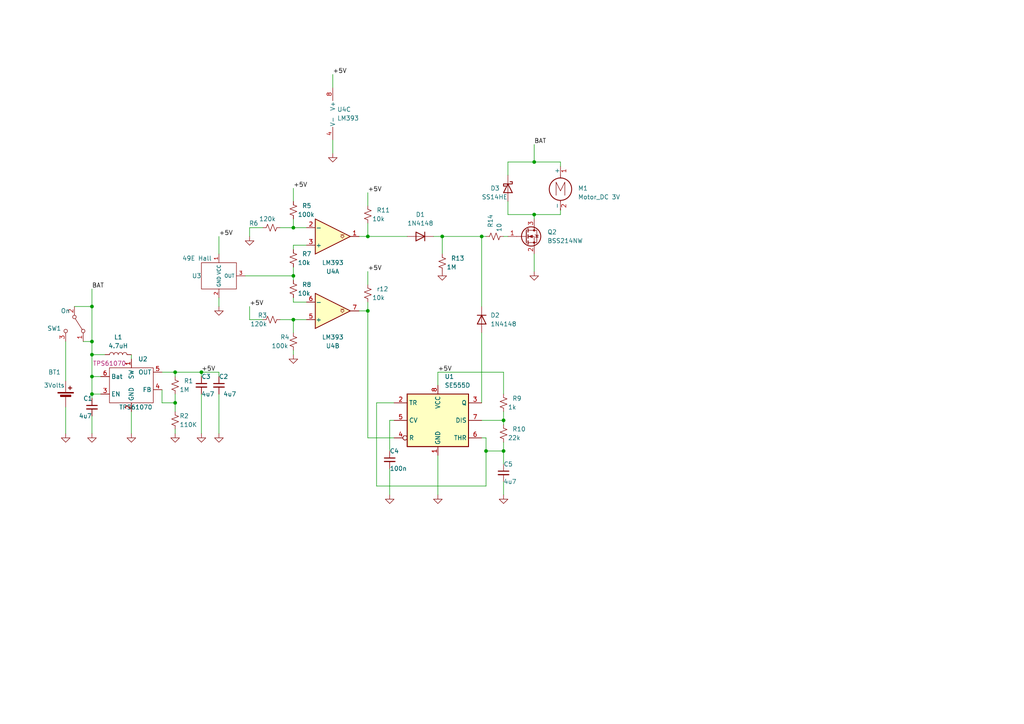
<source format=kicad_sch>
(kicad_sch (version 20230121) (generator eeschema)
  (paper "A4")
  (title_block (title "Magnetic Field Polarity Detector") (date "2023-06-24") (company "arielrobotti@gmail.com"))
  (lib_symbols
    (symbol "AH49E_1"
      (property "Reference" "U" (at 5.08 5.08 0))
      (symbol "AH49E_1_0_1"
        (rectangle (start -5.08 3.81) (end 5.08 -3.81))
      )
      (symbol "AH49E_1_1_1"
        (pin input line (at 0 6.35 270) (length 2.54) (name "VCC") (number "1"))
        (pin input line (at 0 -6.35 90) (length 2.54) (name "GND") (number "2"))
        (pin output line (at 7.62 0 180) (length 2.54) (name "OUT") (number "3"))
      )
    )
    (symbol "Comparator:LM393" (pin_names (offset 0.127))
      (property "Reference" "U" (at 3.81 3.81 0))
      (property "Value" "LM393" (at 6.35 -3.81 0))
      (symbol "LM393_1_1"
        (polyline (pts (xy -5.08 5.08) (xy 5.08 0) (xy -5.08 -5.08) (xy -5.08 5.08)) (stroke (width 0.254)) (fill (type background)))
        (polyline (pts (xy 3.302 -0.508) (xy 2.794 -0.508) (xy 3.302 0) (xy 2.794 0.508) (xy 2.286 0) (xy 2.794 -0.508) (xy 2.286 -0.508)) (stroke (width 0.127)))
        (pin open_collector line (at 7.62 0 180) (length 2.54) (name "~") (number "1"))
        (pin input line (at -7.62 -2.54 0) (length 2.54) (name "-") (number "2"))
        (pin input line (at -7.62 2.54 0) (length 2.54) (name "+") (number "3"))
      )
      (symbol "LM393_2_1"
        (polyline (pts (xy -5.08 5.08) (xy 5.08 0) (xy -5.08 -5.08) (xy -5.08 5.08)) (stroke (width 0.254)) (fill (type background)))
        (polyline (pts (xy 3.302 -0.508) (xy 2.794 -0.508) (xy 3.302 0) (xy 2.794 0.508) (xy 2.286 0) (xy 2.794 -0.508) (xy 2.286 -0.508)) (stroke (width 0.127)))
        (pin input line (at -7.62 2.54 0) (length 2.54) (name "+") (number "5"))
        (pin input line (at -7.62 -2.54 0) (length 2.54) (name "-") (number "6"))
        (pin open_collector line (at 7.62 0 180) (length 2.54) (name "~") (number "7"))
      )
      (symbol "LM393_3_1"
        (pin power_in line (at -2.54 -7.62 90) (length 3.81) (name "V-") (number "4"))
        (pin power_in line (at -2.54 7.62 270) (length 3.81) (name "V+") (number "8"))
      )
    )
    (symbol "Device:Battery_Cell" (pin_numbers hide) (pin_names (offset 0) hide)
      (property "Reference" "BT" (at 2.54 2.54 0))
      (property "Value" "Battery_Cell" (at 2.54 0 0))
      (symbol "Battery_Cell_0_1"
        (rectangle (start -2.286 1.778) (end 2.286 1.524) (fill (type outline)))
        (rectangle (start -1.524 1.016) (end 1.524 0.508) (fill (type outline)))
        (polyline (pts (xy 0 0.762) (xy 0 0)))
        (polyline (pts (xy 0 1.778) (xy 0 2.54)))
        (polyline (pts (xy 0.762 3.048) (xy 1.778 3.048)) (stroke (width 0.254)))
        (polyline (pts (xy 1.27 3.556) (xy 1.27 2.54)) (stroke (width 0.254)))
      )
      (symbol "Battery_Cell_1_1"
        (pin passive line (at 0 5.08 270) (length 2.54) (name "+") (number "1"))
        (pin passive line (at 0 -2.54 90) (length 2.54) (name "-") (number "2"))
      )
    )
    (symbol "Device:C_Small" (pin_numbers hide) (pin_names (offset 0.254) hide)
      (property "Reference" "C" (at 0.254 1.778 0))
      (property "Value" "C_Small" (at 0.254 -2.032 0))
      (symbol "C_Small_0_1"
        (polyline (pts (xy -1.524 -0.508) (xy 1.524 -0.508)) (stroke (width 0.3302)))
        (polyline (pts (xy -1.524 0.508) (xy 1.524 0.508)) (stroke (width 0.3048)))
      )
      (symbol "C_Small_1_1"
        (pin passive line (at 0 2.54 270) (length 2.032) (name "~") (number "1"))
        (pin passive line (at 0 -2.54 90) (length 2.032) (name "~") (number "2"))
      )
    )
    (symbol "Device:L" (pin_numbers hide) (pin_names (offset 1.016) hide)
      (property "Reference" "L" (at -1.27 0 90))
      (property "Value" "L" (at 1.905 0 90))
      (symbol "L_0_1"
        (arc (start 0 -2.54) (mid 0.6323 -1.905) (end 0 -1.27))
        (arc (start 0 -1.27) (mid 0.6323 -0.635) (end 0 0))
        (arc (start 0 0) (mid 0.6323 0.635) (end 0 1.27))
        (arc (start 0 1.27) (mid 0.6323 1.905) (end 0 2.54))
      )
      (symbol "L_1_1"
        (pin passive line (at 0 3.81 270) (length 1.27) (name "1") (number "1"))
        (pin passive line (at 0 -3.81 90) (length 1.27) (name "2") (number "2"))
      )
    )
    (symbol "Device:R_Small_US" (pin_numbers hide) (pin_names (offset 0.254) hide)
      (property "Reference" "R" (at 0.762 0.508 0))
      (property "Value" "R_Small_US" (at 0.762 -1.016 0))
      (symbol "R_Small_US_1_1"
        (polyline (pts (xy 0 0) (xy 1.016 -0.381) (xy 0 -0.762) (xy -1.016 -1.143) (xy 0 -1.524)))
        (polyline (pts (xy 0 1.524) (xy 1.016 1.143) (xy 0 0.762) (xy -1.016 0.381) (xy 0 0)))
        (pin passive line (at 0 2.54 270) (length 1.016) (name "~") (number "1"))
        (pin passive line (at 0 -2.54 90) (length 1.016) (name "~") (number "2"))
      )
    )
    (symbol "Diode:1N4149" (pin_numbers hide) (pin_names hide)
      (property "Reference" "D" (at 0 2.54 0))
      (property "Value" "1N4149" (at 0 -2.54 0))
      (symbol "1N4149_0_1"
        (polyline (pts (xy -1.27 1.27) (xy -1.27 -1.27)) (stroke (width 0.254)))
        (polyline (pts (xy 1.27 0) (xy -1.27 0)))
        (polyline (pts (xy 1.27 1.27) (xy 1.27 -1.27) (xy -1.27 0) (xy 1.27 1.27)) (stroke (width 0.254)))
      )
      (symbol "1N4149_1_1"
        (pin passive line (at -3.81 0 0) (length 2.54) (name "K") (number "1"))
        (pin passive line (at 3.81 0 180) (length 2.54) (name "A") (number "2"))
      )
    )
    (symbol "Diode:BAT60A" (pin_numbers hide) (pin_names (offset 1.016) hide)
      (property "Reference" "D" (at 0 2.54 0))
      (property "Value" "BAT60A" (at 0 -2.54 0))
      (symbol "BAT60A_0_1"
        (polyline (pts (xy 1.27 0) (xy -1.27 0)))
        (polyline (pts (xy 1.27 1.27) (xy 1.27 -1.27) (xy -1.27 0) (xy 1.27 1.27)) (stroke (width 0.254)))
        (polyline (pts (xy -1.905 0.635) (xy -1.905 1.27) (xy -1.27 1.27) (xy -1.27 -1.27) (xy -0.635 -1.27) (xy -0.635 -0.635)) (stroke (width 0.254)))
      )
      (symbol "BAT60A_1_1"
        (pin passive line (at -3.81 0 0) (length 2.54) (name "K") (number "1"))
        (pin passive line (at 3.81 0 180) (length 2.54) (name "A") (number "2"))
      )
    )
    (symbol "Motor:Motor_DC" (pin_names (offset 0))
      (property "Reference" "M" (at 2.54 2.54 0))
      (property "Value" "Motor_DC" (at 2.54 -5.08 0))
      (symbol "Motor_DC_0_0"
        (polyline (pts (xy -1.27 -3.302) (xy -1.27 0.508) (xy 0 -2.032) (xy 1.27 0.508) (xy 1.27 -3.302)))
      )
      (symbol "Motor_DC_0_1"
        (circle (center 0 -1.524) (radius 3.2512) (stroke (width 0.254)))
        (polyline (pts (xy 0 -7.62) (xy 0 -7.112)))
        (polyline (pts (xy 0 -4.7752) (xy 0 -5.1816)))
        (polyline (pts (xy 0 1.7272) (xy 0 2.0828)))
        (polyline (pts (xy 0 2.032) (xy 0 2.54)))
      )
      (symbol "Motor_DC_1_1"
        (pin passive line (at 0 5.08 270) (length 2.54) (name "+") (number "1"))
        (pin passive line (at 0 -7.62 90) (length 2.54) (name "-") (number "2"))
      )
    )
    (symbol "Switch:SW_SPDT" (pin_names (offset 0) hide)
      (property "Reference" "SW" (at 0 4.318 0))
      (property "Value" "SW_SPDT" (at 0 -5.08 0))
      (symbol "SW_SPDT_0_0"
        (circle (center -2.032 0) (radius 0.508))
        (circle (center 2.032 -2.54) (radius 0.508))
      )
      (symbol "SW_SPDT_0_1"
        (polyline (pts (xy -1.524 0.254) (xy 1.651 2.286)))
        (circle (center 2.032 2.54) (radius 0.508))
      )
      (symbol "SW_SPDT_1_1"
        (pin passive line (at 5.08 2.54 180) (length 2.54) (name "A") (number "1"))
        (pin passive line (at -5.08 0 0) (length 2.54) (name "B") (number "2"))
        (pin passive line (at 5.08 -2.54 180) (length 2.54) (name "C") (number "3"))
      )
    )
    (symbol "TPS61070:TPS61070"
      (property "Reference" "U" (at 5.08 6.35 0))
      (symbol "TPS61070_0_1"
        (rectangle (start -6.35 5.08) (end 6.35 -5.08))
      )
      (symbol "TPS61070_1_1"
        (text "TPS61070" (at -6.35 6.35 0) (effects (font (size 1.27 1.27))))
        (pin input line (at 0 7.62 270) (length 2.54) (name "SW") (number "1"))
        (pin input line (at 0 -7.62 90) (length 2.54) (name "GND") (number "2"))
        (pin input line (at -8.89 -2.54 0) (length 2.54) (name "EN") (number "3"))
        (pin input line (at 8.89 -1.27 180) (length 2.54) (name "FB") (number "4"))
        (pin output line (at 8.89 3.81 180) (length 2.54) (name "OUT") (number "5"))
        (pin input line (at -8.89 2.54 0) (length 2.54) (name "Bat") (number "6"))
      )
    )
    (symbol "Timer:SE555D"
      (property "Reference" "U" (at -10.16 8.89 0))
      (property "Value" "SE555D" (at 2.54 8.89 0))
      (symbol "SE555D_0_0"
        (pin power_in line (at 0 -10.16 90) (length 2.54) (name "GND") (number "1"))
        (pin power_in line (at 0 10.16 270) (length 2.54) (name "VCC") (number "8"))
      )
      (symbol "SE555D_0_1"
        (rectangle (start -8.89 -7.62) (end 8.89 7.62) (stroke (width 0.254)) (fill (type background)))
        (rectangle (start -8.89 -7.62) (end 8.89 7.62) (stroke (width 0.254)) (fill (type background)))
      )
      (symbol "SE555D_1_1"
        (pin input line (at -12.7 5.08 0) (length 3.81) (name "TR") (number "2"))
        (pin output line (at 12.7 5.08 180) (length 3.81) (name "Q") (number "3"))
        (pin input inverted (at -12.7 -5.08 0) (length 3.81) (name "R") (number "4"))
        (pin input line (at -12.7 0 0) (length 3.81) (name "CV") (number "5"))
        (pin input line (at 12.7 -5.08 180) (length 3.81) (name "THR") (number "6"))
        (pin input line (at 12.7 0 180) (length 3.81) (name "DIS") (number "7"))
      )
    )
    (symbol "Transistor_FET:BSS214NW" (pin_names hide)
      (property "Reference" "Q" (at 5.08 1.905 0))
      (property "Value" "BSS214NW" (at 5.08 0 0))
      (symbol "BSS214NW_0_1"
        (polyline (pts (xy 0.254 0) (xy -2.54 0)))
        (polyline (pts (xy 0.254 1.905) (xy 0.254 -1.905)) (stroke (width 0.254)))
        (polyline (pts (xy 0.762 -1.27) (xy 0.762 -2.286)) (stroke (width 0.254)))
        (polyline (pts (xy 0.762 0.508) (xy 0.762 -0.508)) (stroke (width 0.254)))
        (polyline (pts (xy 0.762 2.286) (xy 0.762 1.27)) (stroke (width 0.254)))
        (polyline (pts (xy 2.54 2.54) (xy 2.54 1.778)))
        (polyline (pts (xy 2.54 -2.54) (xy 2.54 0) (xy 0.762 0)))
        (polyline (pts (xy 0.762 -1.778) (xy 3.302 -1.778) (xy 3.302 1.778) (xy 0.762 1.778)))
        (polyline (pts (xy 1.016 0) (xy 2.032 0.381) (xy 2.032 -0.381) (xy 1.016 0)) (fill (type outline)))
        (polyline (pts (xy 2.794 0.508) (xy 2.921 0.381) (xy 3.683 0.381) (xy 3.81 0.254)))
        (polyline (pts (xy 3.302 0.381) (xy 2.921 -0.254) (xy 3.683 -0.254) (xy 3.302 0.381)))
        (circle (center 1.651 0) (radius 2.794) (stroke (width 0.254)))
        (circle (center 2.54 -1.778) (radius 0.254) (fill (type outline)))
        (circle (center 2.54 1.778) (radius 0.254) (fill (type outline)))
      )
      (symbol "BSS214NW_1_1"
        (pin input line (at -5.08 0 0) (length 2.54) (name "G") (number "1"))
        (pin passive line (at 2.54 -5.08 90) (length 2.54) (name "S") (number "2"))
        (pin passive line (at 2.54 5.08 270) (length 2.54) (name "D") (number "3"))
      )
    )
    (symbol "power:GND" (power) (pin_names (offset 0))
      (property "Value" "GND" (at 0 -3.81 0))
      (symbol "GND_0_1"
        (polyline (pts (xy 0 0) (xy 0 -1.27) (xy 1.27 -1.27) (xy 0 -2.54) (xy -1.27 -1.27) (xy 0 -1.27)))
      )
      (symbol "GND_1_1"
        (pin power_in line (at 0 0 270) (length 0) hide (name "GND") (number "1"))
      )
    )
  )
  (junction (at 26.67 114.3))
  (junction (at 154.94 46.99))
  (junction (at 50.8 107.95))
  (junction (at 85.09 80.01))
  (junction (at 154.94 62.23))
  (junction (at 26.67 99.06))
  (junction (at 85.09 92.71))
  (junction (at 85.09 66.04))
  (junction (at 146.05 121.92))
  (junction (at 146.05 130.81))
  (junction (at 26.67 109.22))
  (junction (at 26.67 88.9))
  (junction (at 106.68 68.58))
  (junction (at 58.42 107.95))
  (junction (at 140.97 130.81))
  (junction (at 139.7 68.58))
  (junction (at 50.8 116.84))
  (junction (at 128.27 68.58))
  (junction (at 26.67 102.87))
  (junction (at 106.68 90.17))
  (wire (pts (xy 139.7 121.92) (xy 146.05 121.92)))
  (wire (pts (xy 26.67 114.3) (xy 26.67 109.22)))
  (wire (pts (xy 50.8 116.84) (xy 50.8 114.3)))
  (wire (pts (xy 58.42 109.22) (xy 58.42 107.95)))
  (wire (pts (xy 140.97 130.81) (xy 140.97 127)))
  (wire (pts (xy 85.09 54.61) (xy 85.09 58.42)))
  (wire (pts (xy 96.52 21.59) (xy 96.52 25.4)))
  (wire (pts (xy 63.5 107.95) (xy 58.42 107.95)))
  (wire (pts (xy 58.42 107.95) (xy 50.8 107.95)))
  (wire (pts (xy 127 132.08) (xy 127 143.51)))
  (wire (pts (xy 162.56 46.99) (xy 162.56 48.26)))
  (wire (pts (xy 26.67 109.22) (xy 29.21 109.22)))
  (wire (pts (xy 85.09 86.36) (xy 85.09 87.63)))
  (wire (pts (xy 72.39 88.9) (xy 72.39 92.71)))
  (wire (pts (xy 146.05 68.58) (xy 147.32 68.58)))
  (wire (pts (xy 46.99 116.84) (xy 50.8 116.84)))
  (wire (pts (xy 146.05 130.81) (xy 146.05 134.62)))
  (wire (pts (xy 50.8 107.95) (xy 46.99 107.95)))
  (wire (pts (xy 146.05 128.27) (xy 146.05 130.81)))
  (wire (pts (xy 162.56 62.23) (xy 154.94 62.23)))
  (wire (pts (xy 106.68 68.58) (xy 104.14 68.58)))
  (wire (pts (xy 63.5 73.66) (xy 63.5 68.58)))
  (wire (pts (xy 154.94 46.99) (xy 162.56 46.99)))
  (wire (pts (xy 85.09 66.04) (xy 88.9 66.04)))
  (wire (pts (xy 147.32 58.42) (xy 147.32 62.23)))
  (wire (pts (xy 85.09 63.5) (xy 85.09 66.04)))
  (wire (pts (xy 85.09 87.63) (xy 88.9 87.63)))
  (wire (pts (xy 81.28 66.04) (xy 85.09 66.04)))
  (wire (pts (xy 26.67 102.87) (xy 26.67 109.22)))
  (wire (pts (xy 147.32 62.23) (xy 154.94 62.23)))
  (wire (pts (xy 114.3 121.92) (xy 113.03 121.92)))
  (wire (pts (xy 106.68 90.17) (xy 106.68 127)))
  (wire (pts (xy 154.94 73.66) (xy 154.94 78.74)))
  (wire (pts (xy 139.7 96.52) (xy 139.7 116.84)))
  (wire (pts (xy 154.94 62.23) (xy 154.94 63.5)))
  (wire (pts (xy 85.09 92.71) (xy 85.09 96.52)))
  (wire (pts (xy 63.5 109.22) (xy 63.5 107.95)))
  (wire (pts (xy 146.05 114.3) (xy 146.05 107.95)))
  (wire (pts (xy 26.67 88.9) (xy 26.67 99.06)))
  (wire (pts (xy 125.73 68.58) (xy 128.27 68.58)))
  (wire (pts (xy 26.67 114.3) (xy 26.67 115.57)))
  (wire (pts (xy 114.3 116.84) (xy 109.22 116.84)))
  (wire (pts (xy 81.28 92.71) (xy 85.09 92.71)))
  (wire (pts (xy 85.09 72.39) (xy 85.09 71.12)))
  (wire (pts (xy 106.68 55.88) (xy 106.68 59.69)))
  (wire (pts (xy 146.05 119.38) (xy 146.05 121.92)))
  (wire (pts (xy 147.32 50.8) (xy 147.32 46.99)))
  (wire (pts (xy 140.97 140.97) (xy 140.97 130.81)))
  (wire (pts (xy 19.05 118.11) (xy 19.05 125.73)))
  (wire (pts (xy 85.09 92.71) (xy 88.9 92.71)))
  (wire (pts (xy 24.13 99.06) (xy 26.67 99.06)))
  (wire (pts (xy 72.39 66.04) (xy 76.2 66.04)))
  (wire (pts (xy 113.03 121.92) (xy 113.03 130.81)))
  (wire (pts (xy 140.97 127) (xy 139.7 127)))
  (wire (pts (xy 162.56 60.96) (xy 162.56 62.23)))
  (wire (pts (xy 38.1 102.87) (xy 38.1 104.14)))
  (wire (pts (xy 96.52 44.45) (xy 96.52 40.64)))
  (wire (pts (xy 113.03 135.89) (xy 113.03 143.51)))
  (wire (pts (xy 154.94 41.91) (xy 154.94 46.99)))
  (wire (pts (xy 72.39 68.58) (xy 72.39 66.04)))
  (wire (pts (xy 128.27 68.58) (xy 128.27 73.66)))
  (wire (pts (xy 146.05 130.81) (xy 140.97 130.81)))
  (wire (pts (xy 146.05 107.95) (xy 127 107.95)))
  (wire (pts (xy 106.68 78.74) (xy 106.68 82.55)))
  (wire (pts (xy 71.12 80.01) (xy 85.09 80.01)))
  (wire (pts (xy 85.09 80.01) (xy 85.09 81.28)))
  (wire (pts (xy 19.05 99.06) (xy 19.05 110.49)))
  (wire (pts (xy 50.8 107.95) (xy 50.8 109.22)))
  (wire (pts (xy 106.68 68.58) (xy 118.11 68.58)))
  (wire (pts (xy 146.05 121.92) (xy 146.05 123.19)))
  (wire (pts (xy 139.7 68.58) (xy 139.7 88.9)))
  (wire (pts (xy 50.8 116.84) (xy 50.8 119.38)))
  (wire (pts (xy 30.48 102.87) (xy 26.67 102.87)))
  (wire (pts (xy 127 107.95) (xy 127 111.76)))
  (wire (pts (xy 106.68 90.17) (xy 104.14 90.17)))
  (wire (pts (xy 26.67 99.06) (xy 26.67 102.87)))
  (wire (pts (xy 46.99 113.03) (xy 46.99 116.84)))
  (wire (pts (xy 128.27 68.58) (xy 139.7 68.58)))
  (wire (pts (xy 85.09 77.47) (xy 85.09 80.01)))
  (wire (pts (xy 26.67 120.65) (xy 26.67 125.73)))
  (wire (pts (xy 106.68 64.77) (xy 106.68 68.58)))
  (wire (pts (xy 139.7 68.58) (xy 140.97 68.58)))
  (wire (pts (xy 85.09 71.12) (xy 88.9 71.12)))
  (wire (pts (xy 50.8 124.46) (xy 50.8 125.73)))
  (wire (pts (xy 106.68 87.63) (xy 106.68 90.17)))
  (wire (pts (xy 63.5 125.73) (xy 63.5 114.3)))
  (wire (pts (xy 76.2 92.71) (xy 72.39 92.71)))
  (wire (pts (xy 146.05 139.7) (xy 146.05 143.51)))
  (wire (pts (xy 21.59 88.9) (xy 26.67 88.9)))
  (wire (pts (xy 29.21 114.3) (xy 26.67 114.3)))
  (wire (pts (xy 106.68 127) (xy 114.3 127)))
  (wire (pts (xy 147.32 46.99) (xy 154.94 46.99)))
  (wire (pts (xy 109.22 140.97) (xy 140.97 140.97)))
  (wire (pts (xy 26.67 83.82) (xy 26.67 88.9)))
  (wire (pts (xy 85.09 102.87) (xy 85.09 101.6)))
  (wire (pts (xy 38.1 119.38) (xy 38.1 125.73)))
  (wire (pts (xy 58.42 114.3) (xy 58.42 125.73)))
  (wire (pts (xy 109.22 116.84) (xy 109.22 140.97)))
  (wire (pts (xy 63.5 88.9) (xy 63.5 86.36)))
  (label "BAT" (at 154.94 41.91 0))
  (label "BAT" (at 26.67 83.82 0))
  (label "+5V" (at 127 107.95 0))
  (label "+5V" (at 106.68 78.74 0))
  (label "+5V" (at 58.42 107.95 0))
  (label "+5V" (at 96.52 21.59 0))
  (label "+5V" (at 72.39 88.9 0))
  (label "+5V" (at 106.68 55.88 0))
  (label "+5V" (at 63.5 68.58 0))
  (label "+5V" (at 85.09 54.61 0))
  (symbol (lib_id "Switch:SW_SPDT") (at 21.59 93.98 270) (unit 1)
    (property "Reference" "SW1" (at 17.78 95.25 90) (effects (justify right)))
    (property "Value" "On" (at 20.32 90.17 90) (effects (justify right)))
    (property "Footprint" "Button_Switch_SMD:SW_SPDT_PCM12" (effects hide))
  )
  (symbol (lib_id "Device:C_Small") (at 58.42 111.76 0) (unit 1)
    (property "Reference" "C3" (at 58.42 109.22 0) (effects (justify left)))
    (property "Value" "4u7" (at 58.42 114.3 0) (effects (justify left)))
    (property "Footprint" "Capacitor_SMD:C_0805_2012Metric" (effects hide))
  )
  (symbol (lib_id "power:GND") (at 96.52 44.45 0) (unit 1)
    (property "Reference" "#PWR013" (effects hide))
    (property "Value" "GND" (effects hide))
  )
  (symbol (lib_id "Device:R_Small_US") (at 78.74 92.71 90) (unit 1)
    (property "Reference" "R3" (at 77.47 91.44 90) (effects (justify left)))
    (property "Value" "120k" (at 77.47 93.98 90) (effects (justify left)))
    (property "Footprint" "Resistor_SMD:R_0805_2012Metric" (effects hide))
  )
  (symbol (lib_id "Device:R_Small_US") (at 85.09 83.82 0) (unit 1)
    (property "Reference" "R8" (at 87.63 82.55 0) (effects (justify left)))
    (property "Value" "10k" (at 86.36 85.09 0) (effects (justify left)))
    (property "Footprint" "Resistor_SMD:R_0805_2012Metric" (effects hide))
  )
  (symbol (lib_id "Device:Battery_Cell") (at 19.05 115.57 0) (unit 1)
    (property "Reference" "BT1" (at 13.97 107.95 0) (effects (justify left)))
    (property "Value" "3Volts" (at 12.7 111.76 0) (effects (justify left)))
    (property "Footprint" "Batery Holder:cr1616" (effects hide))
  )
  (symbol (lib_name "AH49E_1") (lib_id "HallSensor:AH49E") (at 63.5 80.01 0) (unit 1)
    (property "Reference" "U3" (at 58.42 80.01 0) (effects (justify right)))
    (property "Value" "49E Hall" (at 57.15 74.93 0))
    (property "Footprint" "Package_TO_SOT_THT:TO-92_Inline_W4.0mm_Horizontal_FlatSideDown" (effects hide))
  )
  (symbol (lib_id "power:GND") (at 146.05 143.51 0) (unit 1)
    (property "Reference" "#PWR011" (effects hide))
    (property "Value" "GND" (effects hide))
  )
  (symbol (lib_id "Device:L") (at 34.29 102.87 90) (unit 1)
    (property "Reference" "L1" (at 34.29 97.79 90))
    (property "Value" "4.7uH" (at 34.29 100.33 90))
    (property "Footprint" "Inductor_SMD:L_Wuerth_WE-TPC-3816" (effects hide))
  )
  (symbol (lib_id "power:GND") (at 72.39 68.58 0) (unit 1)
    (property "Reference" "#PWR08" (effects hide))
    (property "Value" "GND" (effects hide))
  )
  (symbol (lib_id "Device:R_Small_US") (at 85.09 99.06 0) (unit 1)
    (property "Reference" "R4" (at 81.28 97.79 0) (effects (justify left)))
    (property "Value" "100k" (at 78.74 100.33 0) (effects (justify left)))
    (property "Footprint" "Resistor_SMD:R_0805_2012Metric" (effects hide))
  )
  (symbol (lib_id "Diode:1N4149") (at 121.92 68.58 180) (unit 1)
    (property "Reference" "D1" (at 121.92 62.23 0))
    (property "Value" "1N4148" (at 121.92 64.77 0))
    (property "Footprint" "Diode_THT:D_DO-35_SOD27_P7.62mm_Horizontal" (effects hide))
    (property "Datasheet" "http://www.microsemi.com/document-portal/doc_view/11580-lds-0239" (effects hide))
    (property "Sim.Device" "D" (effects hide))
    (property "Sim.Pins" "1=K 2=A" (effects hide))
  )
  (symbol (lib_id "Motor:Motor_DC") (at 162.56 53.34 0) (unit 1)
    (property "Reference" "M1" (at 167.64 54.61 0) (effects (justify left)))
    (property "Value" "Motor_DC 3V" (at 167.64 57.15 0) (effects (justify left)))
    (property "Footprint" "Connector_PinHeader_1.27mm:PinHeader_1x02_P1.27mm_Vertical" (effects hide))
  )
  (symbol (lib_id "power:GND") (at 63.5 88.9 0) (unit 1)
    (property "Reference" "#PWR06" (effects hide))
    (property "Value" "GND" (effects hide))
  )
  (symbol (lib_id "Device:R_Small_US") (at 128.27 76.2 0) (unit 1)
    (property "Reference" "R13" (at 130.81 74.93 0) (effects (justify left)))
    (property "Value" "1M" (at 129.54 77.47 0) (effects (justify left)))
    (property "Footprint" "Resistor_SMD:R_0805_2012Metric" (effects hide))
  )
  (symbol (lib_id "power:GND") (at 19.05 125.73 0) (unit 1)
    (property "Reference" "#PWR015" (effects hide))
    (property "Value" "GND" (effects hide))
  )
  (symbol (lib_id "power:GND") (at 128.27 78.74 0) (unit 1)
    (property "Reference" "#PWR012" (effects hide))
    (property "Value" "GND" (effects hide))
  )
  (symbol (lib_id "Device:C_Small") (at 146.05 137.16 0) (unit 1)
    (property "Reference" "C5" (at 146.05 134.62 0) (effects (justify left)))
    (property "Value" "4u7" (at 146.05 139.7 0) (effects (justify left)))
    (property "Footprint" "Capacitor_SMD:C_0805_2012Metric" (effects hide))
  )
  (symbol (lib_id "Device:R_Small_US") (at 50.8 121.92 0) (unit 1)
    (property "Reference" "R2" (at 52.07 120.65 0) (effects (justify left)))
    (property "Value" "110K" (at 52.07 123.19 0) (effects (justify left)))
    (property "Footprint" "Resistor_SMD:R_0805_2012Metric" (effects hide))
  )
  (symbol (lib_id "Diode:BAT60A") (at 147.32 54.61 270) (unit 1)
    (property "Reference" "D3" (at 142.24 54.61 90) (effects (justify left)))
    (property "Value" "SS14HE" (at 139.7 57.15 90) (effects (justify left)))
    (property "Footprint" "Diode_SMD:D_SOD-323" (effects hide))
    (property "Datasheet" "https://www.infineon.com/dgdl/Infineon-BAT60ASERIES-DS-v01_01-en.pdf?fileId=db3a304313d846880113def70c9304a9" (effects hide))
  )
  (symbol (lib_id "Comparator:LM393") (at 99.06 33.02 0) (unit 3)
    (property "Reference" "U4" (at 97.79 31.75 0) (effects (justify left)))
    (property "Value" "LM393" (at 97.79 34.29 0) (effects (justify left)))
    (property "Footprint" "Package_SO:SOIC-8_3.9x4.9mm_P1.27mm" (effects hide))
    (property "Datasheet" "http://www.ti.com/lit/ds/symlink/lm393.pdf" (effects hide))
  )
  (symbol (lib_id "power:GND") (at 113.03 143.51 0) (unit 1)
    (property "Reference" "#PWR010" (effects hide))
    (property "Value" "GND" (effects hide))
  )
  (symbol (lib_id "Device:R_Small_US") (at 143.51 68.58 90) (unit 1)
    (property "Reference" "R14" (at 142.24 66.04 0) (effects (justify left)))
    (property "Value" "10" (at 144.78 67.31 0) (effects (justify left)))
    (property "Footprint" "Resistor_SMD:R_0805_2012Metric" (effects hide))
  )
  (symbol (lib_id "Device:R_Small_US") (at 146.05 116.84 0) (unit 1)
    (property "Reference" "R9" (at 148.59 115.57 0) (effects (justify left)))
    (property "Value" "1k" (at 147.32 118.11 0) (effects (justify left)))
    (property "Footprint" "Resistor_SMD:R_0805_2012Metric" (effects hide))
  )
  (symbol (lib_id "power:GND") (at 58.42 125.73 0) (unit 1)
    (property "Reference" "#PWR04" (effects hide))
    (property "Value" "GND" (effects hide))
  )
  (symbol (lib_id "Device:R_Small_US") (at 78.74 66.04 90) (unit 1)
    (property "Reference" "R6" (at 74.93 64.77 90) (effects (justify left)))
    (property "Value" "120k" (at 80.01 63.5 90) (effects (justify left)))
    (property "Footprint" "Resistor_SMD:R_0805_2012Metric" (effects hide))
  )
  (symbol (lib_id "power:GND") (at 50.8 125.73 0) (unit 1)
    (property "Reference" "#PWR03" (effects hide))
    (property "Value" "GND" (effects hide))
  )
  (symbol (lib_id "Device:C_Small") (at 26.67 118.11 0) (unit 1)
    (property "Reference" "C1" (at 24.13 115.57 0) (effects (justify left)))
    (property "Value" "4u7" (at 22.86 120.65 0) (effects (justify left)))
    (property "Footprint" "Capacitor_SMD:C_0805_2012Metric" (effects hide))
  )
  (symbol (lib_id "power:GND") (at 26.67 125.73 0) (unit 1)
    (property "Reference" "#PWR01" (effects hide))
    (property "Value" "GND" (effects hide))
  )
  (symbol (lib_id "Device:C_Small") (at 63.5 111.76 0) (unit 1)
    (property "Reference" "C2" (at 63.5 109.22 0) (effects (justify left)))
    (property "Value" "4u7" (at 64.77 114.3 0) (effects (justify left)))
    (property "Footprint" "Capacitor_SMD:C_0805_2012Metric" (effects hide))
  )
  (symbol (lib_id "power:GND") (at 63.5 125.73 0) (unit 1)
    (property "Reference" "#PWR05" (effects hide))
    (property "Value" "GND" (effects hide))
  )
  (symbol (lib_id "Device:R_Small_US") (at 85.09 60.96 0) (unit 1)
    (property "Reference" "R5" (at 87.63 59.69 0) (effects (justify left)))
    (property "Value" "100k" (at 86.36 62.23 0) (effects (justify left)))
    (property "Footprint" "Resistor_SMD:R_0805_2012Metric" (effects hide))
  )
  (symbol (lib_id "Device:R_Small_US") (at 106.68 85.09 0) (unit 1)
    (property "Reference" "r12" (at 109.22 83.82 0) (effects (justify left)))
    (property "Value" "10k" (at 107.95 86.36 0) (effects (justify left)))
    (property "Footprint" "Resistor_SMD:R_0805_2012Metric" (effects hide))
  )
  (symbol (lib_id "TPS61070:TPS61070") (at 38.1 111.76 0) (unit 1)
    (property "Reference" "U2" (at 40.0559 104.14 0) (effects (justify left)))
    (property "Value" "TPS61070" (at 39.37 118.11 0))
    (property "Footprint" "Package_TO_SOT_SMD:SOT-23-6" (effects hide))
  )
  (symbol (lib_id "power:GND") (at 127 143.51 0) (unit 1)
    (property "Reference" "#PWR09" (effects hide))
    (property "Value" "GND" (effects hide))
  )
  (symbol (lib_id "Timer:SE555D") (at 127 121.92 0) (unit 1)
    (property "Reference" "U1" (at 128.9559 109.22 0) (effects (justify left)))
    (property "Value" "SE555D" (at 128.9559 111.76 0) (effects (justify left)))
    (property "Footprint" "Package_SO:SOIC-8_3.9x4.9mm_P1.27mm" (effects hide))
    (property "Datasheet" "http://www.ti.com/lit/ds/symlink/ne555.pdf" (effects hide))
  )
  (symbol (lib_id "Device:R_Small_US") (at 106.68 62.23 0) (unit 1)
    (property "Reference" "R11" (at 109.22 60.96 0) (effects (justify left)))
    (property "Value" "10k" (at 107.95 63.5 0) (effects (justify left)))
    (property "Footprint" "Resistor_SMD:R_0805_2012Metric" (effects hide))
  )
  (symbol (lib_id "Comparator:LM393") (at 96.52 68.58 0) (mirror x) (unit 1)
    (property "Reference" "U4" (at 96.52 78.74 0))
    (property "Value" "LM393" (at 96.52 76.2 0))
    (property "Footprint" "Package_SO:SOIC-8_3.9x4.9mm_P1.27mm" (effects hide))
    (property "Datasheet" "http://www.ti.com/lit/ds/symlink/lm393.pdf" (effects hide))
  )
  (symbol (lib_id "Device:R_Small_US") (at 85.09 74.93 0) (unit 1)
    (property "Reference" "R7" (at 87.63 73.66 0) (effects (justify left)))
    (property "Value" "10k" (at 86.36 76.2 0) (effects (justify left)))
    (property "Footprint" "Resistor_SMD:R_0805_2012Metric" (effects hide))
  )
  (symbol (lib_id "power:GND") (at 38.1 125.73 0) (unit 1)
    (property "Reference" "#PWR02" (effects hide))
    (property "Value" "GND" (effects hide))
  )
  (symbol (lib_id "Diode:1N4149") (at 139.7 92.71 270) (unit 1)
    (property "Reference" "D2" (at 142.24 91.44 90) (effects (justify left)))
    (property "Value" "1N4148" (at 142.24 93.98 90) (effects (justify left)))
    (property "Footprint" "Diode_THT:D_DO-35_SOD27_P7.62mm_Horizontal" (effects hide))
    (property "Datasheet" "http://www.microsemi.com/document-portal/doc_view/11580-lds-0239" (effects hide))
    (property "Sim.Device" "D" (effects hide))
    (property "Sim.Pins" "1=K 2=A" (effects hide))
  )
  (symbol (lib_id "Device:C_Small") (at 113.03 133.35 0) (unit 1)
    (property "Reference" "C4" (at 113.03 130.81 0) (effects (justify left)))
    (property "Value" "100n" (at 113.03 135.89 0) (effects (justify left)))
    (property "Footprint" "Capacitor_SMD:C_0603_1608Metric" (effects hide))
  )
  (symbol (lib_id "Transistor_FET:BSS214NW") (at 152.4 68.58 0) (unit 1)
    (property "Reference" "Q2" (at 158.75 67.31 0) (effects (justify left)))
    (property "Value" "BSS214NW" (at 158.75 69.85 0) (effects (justify left)))
    (property "Footprint" "Package_TO_SOT_SMD:SOT-323_SC-70" (effects hide))
    (property "Datasheet" "https://www.infineon.com/dgdl/Infineon-BSS214NW-DS-v02_02-en.pdf?fileId=db3a30431b3e89eb011b695aebc01bde" (effects hide))
  )
  (symbol (lib_id "Device:R_Small_US") (at 50.8 111.76 0) (unit 1)
    (property "Reference" "R1" (at 53.34 110.49 0) (effects (justify left)))
    (property "Value" "1M" (at 52.07 113.03 0) (effects (justify left)))
    (property "Footprint" "Resistor_SMD:R_0805_2012Metric" (effects hide))
  )
  (symbol (lib_id "Comparator:LM393") (at 96.52 90.17 0) (mirror x) (unit 2)
    (property "Reference" "U4" (at 96.52 100.33 0))
    (property "Value" "LM393" (at 96.52 97.79 0))
    (property "Footprint" "Package_SO:SOIC-8_3.9x4.9mm_P1.27mm" (effects hide))
    (property "Datasheet" "http://www.ti.com/lit/ds/symlink/lm393.pdf" (effects hide))
  )
  (symbol (lib_id "Device:R_Small_US") (at 146.05 125.73 0) (unit 1)
    (property "Reference" "R10" (at 148.59 124.46 0) (effects (justify left)))
    (property "Value" "22k" (at 147.32 127 0) (effects (justify left)))
    (property "Footprint" "Resistor_SMD:R_0805_2012Metric" (effects hide))
  )
  (symbol (lib_id "power:GND") (at 85.09 102.87 0) (unit 1)
    (property "Reference" "#PWR07" (effects hide))
    (property "Value" "GND" (effects hide))
  )
  (symbol (lib_id "power:GND") (at 154.94 78.74 0) (unit 1)
    (property "Reference" "#PWR014" (effects hide))
    (property "Value" "GND" (effects hide))
  )
)
</source>
